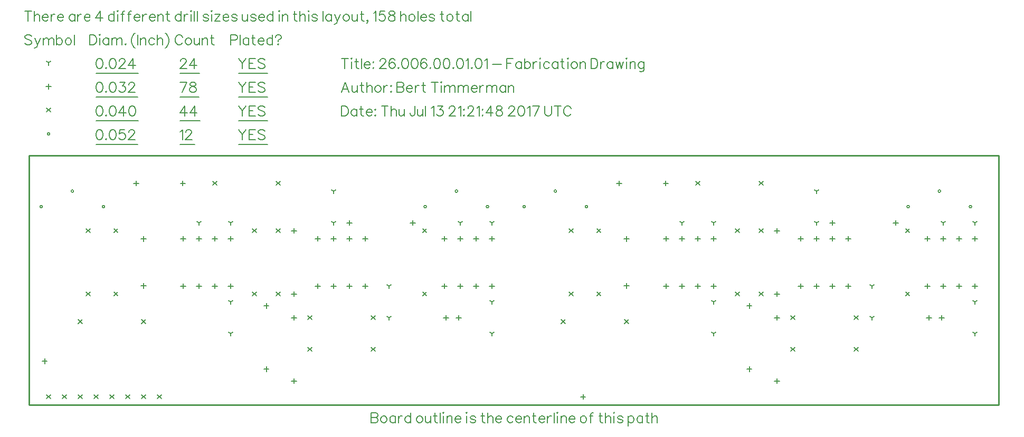
<source format=gbr>
G04 start of page 9 for group -3984 idx -3984 *
G04 Title: 26.006.00.01.01, fab *
G04 Creator: pcb 20100929 *
G04 CreationDate: Thu Jul 13 21:21:48 2017 UTC *
G04 For: bert *
G04 Format: Gerber/RS-274X *
G04 PCB-Dimensions: 620000 162000 *
G04 PCB-Coordinate-Origin: lower left *
%MOIN*%
%FSLAX25Y25*%
%LNFAB*%
%ADD21C,0.0080*%
%ADD25C,0.0100*%
%ADD27C,0.0060*%
G54D21*X252015Y127158D02*G75*G03X253615Y127158I800J0D01*G01*
G75*G03X252015Y127158I-800J0D01*G01*
X291385D02*G75*G03X292985Y127158I800J0D01*G01*
G75*G03X291385Y127158I-800J0D01*G01*
X271700Y137000D02*G75*G03X273300Y137000I800J0D01*G01*
G75*G03X271700Y137000I-800J0D01*G01*
X314515Y127158D02*G75*G03X316115Y127158I800J0D01*G01*
G75*G03X314515Y127158I-800J0D01*G01*
X353885D02*G75*G03X355485Y127158I800J0D01*G01*
G75*G03X353885Y127158I-800J0D01*G01*
X334200Y137000D02*G75*G03X335800Y137000I800J0D01*G01*
G75*G03X334200Y137000I-800J0D01*G01*
X9515Y127158D02*G75*G03X11115Y127158I800J0D01*G01*
G75*G03X9515Y127158I-800J0D01*G01*
X48885D02*G75*G03X50485Y127158I800J0D01*G01*
G75*G03X48885Y127158I-800J0D01*G01*
X29200Y137000D02*G75*G03X30800Y137000I800J0D01*G01*
G75*G03X29200Y137000I-800J0D01*G01*
X557015Y127158D02*G75*G03X558615Y127158I800J0D01*G01*
G75*G03X557015Y127158I-800J0D01*G01*
X596385D02*G75*G03X597985Y127158I800J0D01*G01*
G75*G03X596385Y127158I-800J0D01*G01*
X576700Y137000D02*G75*G03X578300Y137000I800J0D01*G01*
G75*G03X576700Y137000I-800J0D01*G01*
X14200Y173250D02*G75*G03X15800Y173250I800J0D01*G01*
G75*G03X14200Y173250I-800J0D01*G01*
G54D27*X135000Y175800D02*X137400Y172800D01*
Y169500D01*
X139800Y175800D02*X137400Y172800D01*
X141601Y175800D02*Y169500D01*
Y175800D02*X145501D01*
X141601Y172800D02*X144001D01*
X141601Y169500D02*X145501D01*
X151503Y174900D02*X150903Y175500D01*
X150003Y175800D01*
X148803D02*X150003D01*
X148803D02*X147903Y175500D01*
X147303Y174900D01*
Y174300D01*
X147603Y173700D01*
X147903Y173400D01*
X148503Y173100D01*
X150303Y172500D01*
X150903Y172200D01*
X151203Y171900D01*
X151503Y171300D01*
Y170400D01*
X150903Y169800D01*
X150003Y169500D01*
X148803D02*X150003D01*
X148803D02*X147903Y169800D01*
X147303Y170400D01*
X135000Y166399D02*X153304D01*
X98000Y174600D02*X98600Y174900D01*
X99500Y175800D01*
Y169500D01*
X101601Y174600D02*Y174300D01*
Y174600D02*X101901Y175200D01*
X102201Y175500D01*
X102801Y175800D01*
X104001D01*
X104601Y175500D01*
X104901Y175200D01*
X105201Y174600D01*
Y174000D01*
X104901Y173400D01*
X104301Y172500D01*
X101301Y169500D01*
X105501D01*
X98000Y166399D02*X107303D01*
X46800Y175800D02*X45900Y175500D01*
X45300Y174600D01*
X45000Y173100D01*
Y172200D01*
X45300Y170700D01*
X45900Y169800D01*
X46800Y169500D01*
X47400D01*
X48300Y169800D01*
X48900Y170700D01*
X49200Y172200D01*
Y173100D02*Y172200D01*
Y173100D02*X48900Y174600D01*
X48300Y175500D01*
X47400Y175800D01*
X46800D02*X47400D01*
X51301Y170100D02*X51001Y169800D01*
X51301Y169500D01*
X51601Y169800D01*
X51301Y170100D01*
X55203Y175800D02*X54303Y175500D01*
X53703Y174600D01*
X53403Y173100D01*
Y172200D01*
X53703Y170700D01*
X54303Y169800D01*
X55203Y169500D01*
X55803D01*
X56703Y169800D01*
X57303Y170700D01*
X57603Y172200D01*
Y173100D02*Y172200D01*
Y173100D02*X57303Y174600D01*
X56703Y175500D01*
X55803Y175800D01*
X55203D02*X55803D01*
X60004D02*X63004D01*
X60004D02*X59704Y173100D01*
X60004Y173400D01*
X60904Y173700D01*
X61804D01*
X62704Y173400D01*
X63304Y172800D01*
X63604Y171900D01*
Y171300D01*
X63304Y170400D01*
X62704Y169800D01*
X61804Y169500D01*
X60904D02*X61804D01*
X60904D02*X60004Y169800D01*
X59704Y170100D01*
X59404Y170700D01*
X65706Y174600D02*Y174300D01*
Y174600D02*X66006Y175200D01*
X66306Y175500D01*
X66906Y175800D01*
X68106D01*
X68706Y175500D01*
X69006Y175200D01*
X69306Y174600D01*
Y174000D01*
X69006Y173400D01*
X68406Y172500D01*
X65406Y169500D01*
X69606D01*
X45000Y166399D02*X71407D01*
X33800Y55700D02*X36200Y53300D01*
X33800D02*X36200Y55700D01*
X73800D02*X76200Y53300D01*
X73800D02*X76200Y55700D01*
X143800Y73200D02*X146200Y70800D01*
X143800D02*X146200Y73200D01*
X143800Y113200D02*X146200Y110800D01*
X143800D02*X146200Y113200D01*
X158800D02*X161200Y110800D01*
X158800D02*X161200Y113200D01*
X158800Y73200D02*X161200Y70800D01*
X158800D02*X161200Y73200D01*
X178800Y58200D02*X181200Y55800D01*
X178800D02*X181200Y58200D01*
X218800D02*X221200Y55800D01*
X218800D02*X221200Y58200D01*
X251300Y113200D02*X253700Y110800D01*
X251300D02*X253700Y113200D01*
X251300Y73200D02*X253700Y70800D01*
X251300D02*X253700Y73200D01*
X56300Y113200D02*X58700Y110800D01*
X56300D02*X58700Y113200D01*
X56300Y73200D02*X58700Y70800D01*
X56300D02*X58700Y73200D01*
X158800Y143200D02*X161200Y140800D01*
X158800D02*X161200Y143200D01*
X118800D02*X121200Y140800D01*
X118800D02*X121200Y143200D01*
X178800Y38200D02*X181200Y35800D01*
X178800D02*X181200Y38200D01*
X218800D02*X221200Y35800D01*
X218800D02*X221200Y38200D01*
X38800Y73200D02*X41200Y70800D01*
X38800D02*X41200Y73200D01*
X38800Y113200D02*X41200Y110800D01*
X38800D02*X41200Y113200D01*
X13800Y8200D02*X16200Y5800D01*
X13800D02*X16200Y8200D01*
X23800D02*X26200Y5800D01*
X23800D02*X26200Y8200D01*
X33800D02*X36200Y5800D01*
X33800D02*X36200Y8200D01*
X43800D02*X46200Y5800D01*
X43800D02*X46200Y8200D01*
X53800D02*X56200Y5800D01*
X53800D02*X56200Y8200D01*
X63800D02*X66200Y5800D01*
X63800D02*X66200Y8200D01*
X73800D02*X76200Y5800D01*
X73800D02*X76200Y8200D01*
X83800D02*X86200Y5800D01*
X83800D02*X86200Y8200D01*
X338800Y55700D02*X341200Y53300D01*
X338800D02*X341200Y55700D01*
X378800D02*X381200Y53300D01*
X378800D02*X381200Y55700D01*
X448800Y73200D02*X451200Y70800D01*
X448800D02*X451200Y73200D01*
X448800Y113200D02*X451200Y110800D01*
X448800D02*X451200Y113200D01*
X463800D02*X466200Y110800D01*
X463800D02*X466200Y113200D01*
X463800Y73200D02*X466200Y70800D01*
X463800D02*X466200Y73200D01*
X483800Y58200D02*X486200Y55800D01*
X483800D02*X486200Y58200D01*
X523800D02*X526200Y55800D01*
X523800D02*X526200Y58200D01*
X556300Y113200D02*X558700Y110800D01*
X556300D02*X558700Y113200D01*
X556300Y73200D02*X558700Y70800D01*
X556300D02*X558700Y73200D01*
X361300Y113200D02*X363700Y110800D01*
X361300D02*X363700Y113200D01*
X361300Y73200D02*X363700Y70800D01*
X361300D02*X363700Y73200D01*
X463800Y143200D02*X466200Y140800D01*
X463800D02*X466200Y143200D01*
X423800D02*X426200Y140800D01*
X423800D02*X426200Y143200D01*
X483800Y38200D02*X486200Y35800D01*
X483800D02*X486200Y38200D01*
X523800D02*X526200Y35800D01*
X523800D02*X526200Y38200D01*
X343800Y73200D02*X346200Y70800D01*
X343800D02*X346200Y73200D01*
X343800Y113200D02*X346200Y110800D01*
X343800D02*X346200Y113200D01*
X13800Y189450D02*X16200Y187050D01*
X13800D02*X16200Y189450D01*
X135000Y190800D02*X137400Y187800D01*
Y184500D01*
X139800Y190800D02*X137400Y187800D01*
X141601Y190800D02*Y184500D01*
Y190800D02*X145501D01*
X141601Y187800D02*X144001D01*
X141601Y184500D02*X145501D01*
X151503Y189900D02*X150903Y190500D01*
X150003Y190800D01*
X148803D02*X150003D01*
X148803D02*X147903Y190500D01*
X147303Y189900D01*
Y189300D01*
X147603Y188700D01*
X147903Y188400D01*
X148503Y188100D01*
X150303Y187500D01*
X150903Y187200D01*
X151203Y186900D01*
X151503Y186300D01*
Y185400D01*
X150903Y184800D01*
X150003Y184500D01*
X148803D02*X150003D01*
X148803D02*X147903Y184800D01*
X147303Y185400D01*
X135000Y181399D02*X153304D01*
X101000Y190800D02*X98000Y186600D01*
X102500D01*
X101000Y190800D02*Y184500D01*
X107301Y190800D02*X104301Y186600D01*
X108801D01*
X107301Y190800D02*Y184500D01*
X98000Y181399D02*X110603D01*
X46800Y190800D02*X45900Y190500D01*
X45300Y189600D01*
X45000Y188100D01*
Y187200D01*
X45300Y185700D01*
X45900Y184800D01*
X46800Y184500D01*
X47400D01*
X48300Y184800D01*
X48900Y185700D01*
X49200Y187200D01*
Y188100D02*Y187200D01*
Y188100D02*X48900Y189600D01*
X48300Y190500D01*
X47400Y190800D01*
X46800D02*X47400D01*
X51301Y185100D02*X51001Y184800D01*
X51301Y184500D01*
X51601Y184800D01*
X51301Y185100D01*
X55203Y190800D02*X54303Y190500D01*
X53703Y189600D01*
X53403Y188100D01*
Y187200D01*
X53703Y185700D01*
X54303Y184800D01*
X55203Y184500D01*
X55803D01*
X56703Y184800D01*
X57303Y185700D01*
X57603Y187200D01*
Y188100D02*Y187200D01*
Y188100D02*X57303Y189600D01*
X56703Y190500D01*
X55803Y190800D01*
X55203D02*X55803D01*
X62404D02*X59404Y186600D01*
X63904D01*
X62404Y190800D02*Y184500D01*
X67506Y190800D02*X66606Y190500D01*
X66006Y189600D01*
X65706Y188100D01*
Y187200D01*
X66006Y185700D01*
X66606Y184800D01*
X67506Y184500D01*
X68106D01*
X69006Y184800D01*
X69606Y185700D01*
X69906Y187200D01*
Y188100D02*Y187200D01*
Y188100D02*X69606Y189600D01*
X69006Y190500D01*
X68106Y190800D01*
X67506D02*X68106D01*
X45000Y181399D02*X71707D01*
X375236Y143600D02*Y140400D01*
X373636Y142000D02*X376836D01*
X404764Y143600D02*Y140400D01*
X403164Y142000D02*X406364D01*
X152500Y26100D02*Y22900D01*
X150900Y24500D02*X154100D01*
X152500Y66100D02*Y62900D01*
X150900Y64500D02*X154100D01*
X170000Y113600D02*Y110400D01*
X168400Y112000D02*X171600D01*
X170000Y73600D02*Y70400D01*
X168400Y72000D02*X171600D01*
X170000Y18600D02*Y15400D01*
X168400Y17000D02*X171600D01*
X170000Y58600D02*Y55400D01*
X168400Y57000D02*X171600D01*
X245000Y118600D02*Y115400D01*
X243400Y117000D02*X246600D01*
X205000Y118600D02*Y115400D01*
X203400Y117000D02*X206600D01*
X75000Y78836D02*Y75636D01*
X73400Y77236D02*X76600D01*
X75000Y108364D02*Y105164D01*
X73400Y106764D02*X76600D01*
X266063Y58600D02*Y55400D01*
X264463Y57000D02*X267663D01*
X273937Y58600D02*Y55400D01*
X272337Y57000D02*X275537D01*
X70236Y143600D02*Y140400D01*
X68636Y142000D02*X71836D01*
X99764Y143600D02*Y140400D01*
X98164Y142000D02*X101364D01*
X185000Y78600D02*Y75400D01*
X183400Y77000D02*X186600D01*
X195000Y78600D02*Y75400D01*
X193400Y77000D02*X196600D01*
X205000Y78600D02*Y75400D01*
X203400Y77000D02*X206600D01*
X215000Y78600D02*Y75400D01*
X213400Y77000D02*X216600D01*
X215000Y108600D02*Y105400D01*
X213400Y107000D02*X216600D01*
X205000Y108600D02*Y105400D01*
X203400Y107000D02*X206600D01*
X195000Y108600D02*Y105400D01*
X193400Y107000D02*X196600D01*
X185000Y108600D02*Y105400D01*
X183400Y107000D02*X186600D01*
X265000Y78600D02*Y75400D01*
X263400Y77000D02*X266600D01*
X275000Y78600D02*Y75400D01*
X273400Y77000D02*X276600D01*
X285000Y78600D02*Y75400D01*
X283400Y77000D02*X286600D01*
X295000Y78600D02*Y75400D01*
X293400Y77000D02*X296600D01*
X295000Y108600D02*Y105400D01*
X293400Y107000D02*X296600D01*
X285000Y108600D02*Y105400D01*
X283400Y107000D02*X286600D01*
X275000Y108600D02*Y105400D01*
X273400Y107000D02*X276600D01*
X265000Y108600D02*Y105400D01*
X263400Y107000D02*X266600D01*
X100000Y78600D02*Y75400D01*
X98400Y77000D02*X101600D01*
X110000Y78600D02*Y75400D01*
X108400Y77000D02*X111600D01*
X120000Y78600D02*Y75400D01*
X118400Y77000D02*X121600D01*
X130000Y78600D02*Y75400D01*
X128400Y77000D02*X131600D01*
X130000Y108600D02*Y105400D01*
X128400Y107000D02*X131600D01*
X120000Y108600D02*Y105400D01*
X118400Y107000D02*X121600D01*
X110000Y108600D02*Y105400D01*
X108400Y107000D02*X111600D01*
X100000Y108600D02*Y105400D01*
X98400Y107000D02*X101600D01*
X457500Y26100D02*Y22900D01*
X455900Y24500D02*X459100D01*
X457500Y66100D02*Y62900D01*
X455900Y64500D02*X459100D01*
X475000Y113600D02*Y110400D01*
X473400Y112000D02*X476600D01*
X475000Y73600D02*Y70400D01*
X473400Y72000D02*X476600D01*
X475000Y18600D02*Y15400D01*
X473400Y17000D02*X476600D01*
X475000Y58600D02*Y55400D01*
X473400Y57000D02*X476600D01*
X550000Y118600D02*Y115400D01*
X548400Y117000D02*X551600D01*
X510000Y118600D02*Y115400D01*
X508400Y117000D02*X511600D01*
X571063Y58600D02*Y55400D01*
X569463Y57000D02*X572663D01*
X578937Y58600D02*Y55400D01*
X577337Y57000D02*X580537D01*
X380000Y78836D02*Y75636D01*
X378400Y77236D02*X381600D01*
X380000Y108364D02*Y105164D01*
X378400Y106764D02*X381600D01*
X490000Y78600D02*Y75400D01*
X488400Y77000D02*X491600D01*
X500000Y78600D02*Y75400D01*
X498400Y77000D02*X501600D01*
X510000Y78600D02*Y75400D01*
X508400Y77000D02*X511600D01*
X520000Y78600D02*Y75400D01*
X518400Y77000D02*X521600D01*
X520000Y108600D02*Y105400D01*
X518400Y107000D02*X521600D01*
X510000Y108600D02*Y105400D01*
X508400Y107000D02*X511600D01*
X500000Y108600D02*Y105400D01*
X498400Y107000D02*X501600D01*
X490000Y108600D02*Y105400D01*
X488400Y107000D02*X491600D01*
X570000Y78600D02*Y75400D01*
X568400Y77000D02*X571600D01*
X580000Y78600D02*Y75400D01*
X578400Y77000D02*X581600D01*
X590000Y78600D02*Y75400D01*
X588400Y77000D02*X591600D01*
X600000Y78600D02*Y75400D01*
X598400Y77000D02*X601600D01*
X600000Y108600D02*Y105400D01*
X598400Y107000D02*X601600D01*
X590000Y108600D02*Y105400D01*
X588400Y107000D02*X591600D01*
X580000Y108600D02*Y105400D01*
X578400Y107000D02*X581600D01*
X570000Y108600D02*Y105400D01*
X568400Y107000D02*X571600D01*
X405000Y78600D02*Y75400D01*
X403400Y77000D02*X406600D01*
X415000Y78600D02*Y75400D01*
X413400Y77000D02*X416600D01*
X425000Y78600D02*Y75400D01*
X423400Y77000D02*X426600D01*
X435000Y78600D02*Y75400D01*
X433400Y77000D02*X436600D01*
X435000Y108600D02*Y105400D01*
X433400Y107000D02*X436600D01*
X425000Y108600D02*Y105400D01*
X423400Y107000D02*X426600D01*
X415000Y108600D02*Y105400D01*
X413400Y107000D02*X416600D01*
X405000Y108600D02*Y105400D01*
X403400Y107000D02*X406600D01*
X352500Y8600D02*Y5400D01*
X350900Y7000D02*X354100D01*
X12500Y31100D02*Y27900D01*
X10900Y29500D02*X14100D01*
X15000Y204850D02*Y201650D01*
X13400Y203250D02*X16600D01*
X135000Y205800D02*X137400Y202800D01*
Y199500D01*
X139800Y205800D02*X137400Y202800D01*
X141601Y205800D02*Y199500D01*
Y205800D02*X145501D01*
X141601Y202800D02*X144001D01*
X141601Y199500D02*X145501D01*
X151503Y204900D02*X150903Y205500D01*
X150003Y205800D01*
X148803D02*X150003D01*
X148803D02*X147903Y205500D01*
X147303Y204900D01*
Y204300D01*
X147603Y203700D01*
X147903Y203400D01*
X148503Y203100D01*
X150303Y202500D01*
X150903Y202200D01*
X151203Y201900D01*
X151503Y201300D01*
Y200400D01*
X150903Y199800D01*
X150003Y199500D01*
X148803D02*X150003D01*
X148803D02*X147903Y199800D01*
X147303Y200400D01*
X135000Y196399D02*X153304D01*
X102200Y205800D02*X99200Y199500D01*
X98000Y205800D02*X102200D01*
X105501D02*X104601Y205500D01*
X104301Y204900D01*
Y204300D01*
X104601Y203700D01*
X105201Y203400D01*
X106401Y203100D01*
X107301Y202800D01*
X107901Y202200D01*
X108201Y201600D01*
Y200700D01*
X107901Y200100D01*
X107601Y199800D01*
X106701Y199500D01*
X105501D02*X106701D01*
X105501D02*X104601Y199800D01*
X104301Y200100D01*
X104001Y200700D01*
Y201600D02*Y200700D01*
Y201600D02*X104301Y202200D01*
X104901Y202800D01*
X105801Y203100D01*
X107001Y203400D01*
X107601Y203700D01*
X107901Y204300D01*
Y204900D02*Y204300D01*
Y204900D02*X107601Y205500D01*
X106701Y205800D01*
X105501D02*X106701D01*
X98000Y196399D02*X110003D01*
X46800Y205800D02*X45900Y205500D01*
X45300Y204600D01*
X45000Y203100D01*
Y202200D01*
X45300Y200700D01*
X45900Y199800D01*
X46800Y199500D01*
X47400D01*
X48300Y199800D01*
X48900Y200700D01*
X49200Y202200D01*
Y203100D02*Y202200D01*
Y203100D02*X48900Y204600D01*
X48300Y205500D01*
X47400Y205800D01*
X46800D02*X47400D01*
X51301Y200100D02*X51001Y199800D01*
X51301Y199500D01*
X51601Y199800D01*
X51301Y200100D01*
X55203Y205800D02*X54303Y205500D01*
X53703Y204600D01*
X53403Y203100D01*
Y202200D01*
X53703Y200700D01*
X54303Y199800D01*
X55203Y199500D01*
X55803D01*
X56703Y199800D01*
X57303Y200700D01*
X57603Y202200D01*
Y203100D02*Y202200D01*
Y203100D02*X57303Y204600D01*
X56703Y205500D01*
X55803Y205800D01*
X55203D02*X55803D01*
X60004D02*X63304D01*
X61504Y203400D01*
X62404D01*
X63004Y203100D01*
X63304Y202800D01*
X63604Y201900D01*
Y201300D01*
X63304Y200400D01*
X62704Y199800D01*
X61804Y199500D01*
X60904D02*X61804D01*
X60904D02*X60004Y199800D01*
X59704Y200100D01*
X59404Y200700D01*
X65706Y204600D02*Y204300D01*
Y204600D02*X66006Y205200D01*
X66306Y205500D01*
X66906Y205800D01*
X68106D01*
X68706Y205500D01*
X69006Y205200D01*
X69306Y204600D01*
Y204000D01*
X69006Y203400D01*
X68406Y202500D01*
X65406Y199500D01*
X69606D01*
X45000Y196399D02*X71407D01*
X295000Y47000D02*Y45400D01*
Y47000D02*X296386Y47800D01*
X295000Y47000D02*X293614Y47800D01*
X295000Y67000D02*Y65400D01*
Y67000D02*X296386Y67800D01*
X295000Y67000D02*X293614Y67800D01*
X295000Y117000D02*Y115400D01*
Y117000D02*X296386Y117800D01*
X295000Y117000D02*X293614Y117800D01*
X275000Y117000D02*Y115400D01*
Y117000D02*X276386Y117800D01*
X275000Y117000D02*X273614Y117800D01*
X130000Y117000D02*Y115400D01*
Y117000D02*X131386Y117800D01*
X130000Y117000D02*X128614Y117800D01*
X110000Y117000D02*Y115400D01*
Y117000D02*X111386Y117800D01*
X110000Y117000D02*X108614Y117800D01*
X130000Y47000D02*Y45400D01*
Y47000D02*X131386Y47800D01*
X130000Y47000D02*X128614Y47800D01*
X130000Y67000D02*Y65400D01*
Y67000D02*X131386Y67800D01*
X130000Y67000D02*X128614Y67800D01*
X230000Y57000D02*Y55400D01*
Y57000D02*X231386Y57800D01*
X230000Y57000D02*X228614Y57800D01*
X230000Y77000D02*Y75400D01*
Y77000D02*X231386Y77800D01*
X230000Y77000D02*X228614Y77800D01*
X195000Y137000D02*Y135400D01*
Y137000D02*X196386Y137800D01*
X195000Y137000D02*X193614Y137800D01*
X195000Y117000D02*Y115400D01*
Y117000D02*X196386Y117800D01*
X195000Y117000D02*X193614Y117800D01*
X435000Y117000D02*Y115400D01*
Y117000D02*X436386Y117800D01*
X435000Y117000D02*X433614Y117800D01*
X415000Y117000D02*Y115400D01*
Y117000D02*X416386Y117800D01*
X415000Y117000D02*X413614Y117800D01*
X435000Y47000D02*Y45400D01*
Y47000D02*X436386Y47800D01*
X435000Y47000D02*X433614Y47800D01*
X435000Y67000D02*Y65400D01*
Y67000D02*X436386Y67800D01*
X435000Y67000D02*X433614Y67800D01*
X535000Y57000D02*Y55400D01*
Y57000D02*X536386Y57800D01*
X535000Y57000D02*X533614Y57800D01*
X535000Y77000D02*Y75400D01*
Y77000D02*X536386Y77800D01*
X535000Y77000D02*X533614Y77800D01*
X600000Y117000D02*Y115400D01*
Y117000D02*X601386Y117800D01*
X600000Y117000D02*X598614Y117800D01*
X580000Y117000D02*Y115400D01*
Y117000D02*X581386Y117800D01*
X580000Y117000D02*X578614Y117800D01*
X500000Y137000D02*Y135400D01*
Y137000D02*X501386Y137800D01*
X500000Y137000D02*X498614Y137800D01*
X500000Y117000D02*Y115400D01*
Y117000D02*X501386Y117800D01*
X500000Y117000D02*X498614Y117800D01*
X600000Y47000D02*Y45400D01*
Y47000D02*X601386Y47800D01*
X600000Y47000D02*X598614Y47800D01*
X600000Y67000D02*Y65400D01*
Y67000D02*X601386Y67800D01*
X600000Y67000D02*X598614Y67800D01*
X15000Y218250D02*Y216650D01*
Y218250D02*X16386Y219050D01*
X15000Y218250D02*X13614Y219050D01*
X135000Y220800D02*X137400Y217800D01*
Y214500D01*
X139800Y220800D02*X137400Y217800D01*
X141601Y220800D02*Y214500D01*
Y220800D02*X145501D01*
X141601Y217800D02*X144001D01*
X141601Y214500D02*X145501D01*
X151503Y219900D02*X150903Y220500D01*
X150003Y220800D01*
X148803D02*X150003D01*
X148803D02*X147903Y220500D01*
X147303Y219900D01*
Y219300D01*
X147603Y218700D01*
X147903Y218400D01*
X148503Y218100D01*
X150303Y217500D01*
X150903Y217200D01*
X151203Y216900D01*
X151503Y216300D01*
Y215400D01*
X150903Y214800D01*
X150003Y214500D01*
X148803D02*X150003D01*
X148803D02*X147903Y214800D01*
X147303Y215400D01*
X135000Y211399D02*X153304D01*
X98300Y219600D02*Y219300D01*
Y219600D02*X98600Y220200D01*
X98900Y220500D01*
X99500Y220800D01*
X100700D01*
X101300Y220500D01*
X101600Y220200D01*
X101900Y219600D01*
Y219000D01*
X101600Y218400D01*
X101000Y217500D01*
X98000Y214500D01*
X102200D01*
X107001Y220800D02*X104001Y216600D01*
X108501D01*
X107001Y220800D02*Y214500D01*
X98000Y211399D02*X110303D01*
X46800Y220800D02*X45900Y220500D01*
X45300Y219600D01*
X45000Y218100D01*
Y217200D01*
X45300Y215700D01*
X45900Y214800D01*
X46800Y214500D01*
X47400D01*
X48300Y214800D01*
X48900Y215700D01*
X49200Y217200D01*
Y218100D02*Y217200D01*
Y218100D02*X48900Y219600D01*
X48300Y220500D01*
X47400Y220800D01*
X46800D02*X47400D01*
X51301Y215100D02*X51001Y214800D01*
X51301Y214500D01*
X51601Y214800D01*
X51301Y215100D01*
X55203Y220800D02*X54303Y220500D01*
X53703Y219600D01*
X53403Y218100D01*
Y217200D01*
X53703Y215700D01*
X54303Y214800D01*
X55203Y214500D01*
X55803D01*
X56703Y214800D01*
X57303Y215700D01*
X57603Y217200D01*
Y218100D02*Y217200D01*
Y218100D02*X57303Y219600D01*
X56703Y220500D01*
X55803Y220800D01*
X55203D02*X55803D01*
X59704Y219600D02*Y219300D01*
Y219600D02*X60004Y220200D01*
X60304Y220500D01*
X60904Y220800D01*
X62104D01*
X62704Y220500D01*
X63004Y220200D01*
X63304Y219600D01*
Y219000D01*
X63004Y218400D01*
X62404Y217500D01*
X59404Y214500D01*
X63604D01*
X68406Y220800D02*X65406Y216600D01*
X69906D01*
X68406Y220800D02*Y214500D01*
X45000Y211399D02*X71707D01*
X4200Y234900D02*X3600Y235500D01*
X2700Y235800D01*
X1500D02*X2700D01*
X1500D02*X600Y235500D01*
X0Y234900D01*
Y234300D01*
X300Y233700D01*
X600Y233400D01*
X1200Y233100D01*
X3000Y232500D01*
X3600Y232200D01*
X3900Y231900D01*
X4200Y231300D01*
Y230400D01*
X3600Y229800D01*
X2700Y229500D01*
X1500D02*X2700D01*
X1500D02*X600Y229800D01*
X0Y230400D01*
X6301Y233700D02*X8101Y229500D01*
X9901Y233700D02*X8101Y229500D01*
X7501Y228300D01*
X6901Y227700D01*
X6301Y227400D01*
X6001D02*X6301D01*
X11703Y233700D02*Y229500D01*
Y232500D02*X12603Y233400D01*
X13203Y233700D01*
X14103D01*
X14703Y233400D01*
X15003Y232500D01*
Y229500D01*
Y232500D02*X15903Y233400D01*
X16503Y233700D01*
X17403D01*
X18003Y233400D01*
X18303Y232500D01*
Y229500D01*
X20104Y235800D02*Y229500D01*
Y232800D02*X20704Y233400D01*
X21304Y233700D01*
X22204D01*
X22804Y233400D01*
X23404Y232800D01*
X23704Y231900D01*
Y231300D01*
X23404Y230400D01*
X22804Y229800D01*
X22204Y229500D01*
X21304D02*X22204D01*
X21304D02*X20704Y229800D01*
X20104Y230400D01*
X27006Y233700D02*X26406Y233400D01*
X25806Y232800D01*
X25506Y231900D01*
Y231300D01*
X25806Y230400D01*
X26406Y229800D01*
X27006Y229500D01*
X27906D01*
X28506Y229800D01*
X29106Y230400D01*
X29406Y231300D01*
Y231900D02*Y231300D01*
Y231900D02*X29106Y232800D01*
X28506Y233400D01*
X27906Y233700D01*
X27006D02*X27906D01*
X31207Y235800D02*Y229500D01*
X41000Y235800D02*Y229500D01*
Y235800D02*X43100D01*
X44000Y235500D01*
X44600Y234900D01*
X44900Y234300D01*
X45200Y233400D01*
Y231900D01*
X44900Y231000D01*
X44600Y230400D01*
X44000Y229800D01*
X43100Y229500D01*
X41000D02*X43100D01*
X47001Y235800D02*X47301Y235500D01*
X47601Y235800D01*
X47301Y236100D01*
X47001Y235800D01*
X47301Y233700D02*Y229500D01*
X53003Y233700D02*Y229500D01*
Y232800D02*X52403Y233400D01*
X51803Y233700D01*
X50903D02*X51803D01*
X50903D02*X50303Y233400D01*
X49703Y232800D01*
X49403Y231900D01*
Y231300D01*
X49703Y230400D01*
X50303Y229800D01*
X50903Y229500D01*
X51803D01*
X52403Y229800D01*
X53003Y230400D01*
X54804Y233700D02*Y229500D01*
Y232500D02*X55704Y233400D01*
X56304Y233700D01*
X57204D01*
X57804Y233400D01*
X58104Y232500D01*
Y229500D01*
Y232500D02*X59004Y233400D01*
X59604Y233700D01*
X60504D01*
X61104Y233400D01*
X61404Y232500D01*
Y229500D01*
X63506Y230100D02*X63206Y229800D01*
X63506Y229500D01*
X63806Y229800D01*
X63506Y230100D01*
X69507Y237000D02*X68907Y236400D01*
X68307Y235500D01*
X67707Y234300D01*
X67407Y232800D01*
Y231600D01*
X67707Y230100D01*
X68307Y228900D01*
X68907Y228000D01*
X69507Y227400D01*
X71309Y235800D02*Y229500D01*
X73110Y233700D02*Y229500D01*
Y232500D02*X74010Y233400D01*
X74610Y233700D01*
X75510D01*
X76110Y233400D01*
X76410Y232500D01*
Y229500D01*
X81812Y232800D02*X81212Y233400D01*
X80612Y233700D01*
X79712D02*X80612D01*
X79712D02*X79112Y233400D01*
X78512Y232800D01*
X78212Y231900D01*
Y231300D01*
X78512Y230400D01*
X79112Y229800D01*
X79712Y229500D01*
X80612D01*
X81212Y229800D01*
X81812Y230400D01*
X83613Y235800D02*Y229500D01*
Y232500D02*X84513Y233400D01*
X85113Y233700D01*
X86013D01*
X86613Y233400D01*
X86913Y232500D01*
Y229500D01*
X88715Y237000D02*X89315Y236400D01*
X89915Y235500D01*
X90515Y234300D01*
X90815Y232800D01*
Y231600D01*
X90515Y230100D01*
X89915Y228900D01*
X89315Y228000D01*
X88715Y227400D01*
X99500Y234300D02*X99200Y234900D01*
X98600Y235500D01*
X98000Y235800D01*
X96800D02*X98000D01*
X96800D02*X96200Y235500D01*
X95600Y234900D01*
X95300Y234300D01*
X95000Y233400D01*
Y231900D01*
X95300Y231000D01*
X95600Y230400D01*
X96200Y229800D01*
X96800Y229500D01*
X98000D01*
X98600Y229800D01*
X99200Y230400D01*
X99500Y231000D01*
X102801Y233700D02*X102201Y233400D01*
X101601Y232800D01*
X101301Y231900D01*
Y231300D01*
X101601Y230400D01*
X102201Y229800D01*
X102801Y229500D01*
X103701D01*
X104301Y229800D01*
X104901Y230400D01*
X105201Y231300D01*
Y231900D02*Y231300D01*
Y231900D02*X104901Y232800D01*
X104301Y233400D01*
X103701Y233700D01*
X102801D02*X103701D01*
X107003D02*Y230700D01*
X107303Y229800D01*
X107903Y229500D01*
X108803D01*
X109403Y229800D01*
X110303Y230700D01*
Y233700D02*Y229500D01*
X112104Y233700D02*Y229500D01*
Y232500D02*X113004Y233400D01*
X113604Y233700D01*
X114504D01*
X115104Y233400D01*
X115404Y232500D01*
Y229500D01*
X118106Y235800D02*Y230700D01*
X118406Y229800D01*
X119006Y229500D01*
X119606D01*
X117206Y233700D02*X119306D01*
X130000Y235800D02*Y229500D01*
Y235800D02*X132700D01*
X133600Y235500D01*
X133900Y235200D01*
X134200Y234600D01*
Y233700D01*
X133900Y233100D01*
X133600Y232800D01*
X132700Y232500D01*
X130000D02*X132700D01*
X136001Y235800D02*Y229500D01*
X141403Y233700D02*Y229500D01*
Y232800D02*X140803Y233400D01*
X140203Y233700D01*
X139303D02*X140203D01*
X139303D02*X138703Y233400D01*
X138103Y232800D01*
X137803Y231900D01*
Y231300D01*
X138103Y230400D01*
X138703Y229800D01*
X139303Y229500D01*
X140203D01*
X140803Y229800D01*
X141403Y230400D01*
X144104Y235800D02*Y230700D01*
X144404Y229800D01*
X145004Y229500D01*
X145604D01*
X143204Y233700D02*X145304D01*
X147406Y231900D02*X151006D01*
Y232500D02*Y231900D01*
Y232500D02*X150706Y233100D01*
X150406Y233400D01*
X149806Y233700D01*
X148906D02*X149806D01*
X148906D02*X148306Y233400D01*
X147706Y232800D01*
X147406Y231900D01*
Y231300D01*
X147706Y230400D01*
X148306Y229800D01*
X148906Y229500D01*
X149806D01*
X150406Y229800D01*
X151006Y230400D01*
X156407Y235800D02*Y229500D01*
Y232800D02*X155807Y233400D01*
X155207Y233700D01*
X154307D02*X155207D01*
X154307D02*X153707Y233400D01*
X153107Y232800D01*
X152807Y231900D01*
Y231300D01*
X153107Y230400D01*
X153707Y229800D01*
X154307Y229500D01*
X155207D01*
X155807Y229800D01*
X156407Y230400D01*
X158209Y234600D02*Y234300D01*
Y234600D02*X158509Y235200D01*
X158809Y235500D01*
X159409Y235800D01*
X160609D01*
X161209Y235500D01*
X161509Y235200D01*
X161809Y234600D01*
Y234000D01*
X161509Y233400D01*
X161209Y233100D01*
X160009Y232500D01*
Y231600D01*
Y230100D02*X159709Y229800D01*
X160009Y229500D01*
X160309Y229800D01*
X160009Y230100D01*
X2100Y250800D02*Y244500D01*
X0Y250800D02*X4200D01*
X6001D02*Y244500D01*
Y247500D02*X6901Y248400D01*
X7501Y248700D01*
X8401D01*
X9001Y248400D01*
X9301Y247500D01*
Y244500D01*
X11103Y246900D02*X14703D01*
Y247500D02*Y246900D01*
Y247500D02*X14403Y248100D01*
X14103Y248400D01*
X13503Y248700D01*
X12603D02*X13503D01*
X12603D02*X12003Y248400D01*
X11403Y247800D01*
X11103Y246900D01*
Y246300D01*
X11403Y245400D01*
X12003Y244800D01*
X12603Y244500D01*
X13503D01*
X14103Y244800D01*
X14703Y245400D01*
X16504Y248700D02*Y244500D01*
Y246900D02*X16804Y247800D01*
X17404Y248400D01*
X18004Y248700D01*
X18904D01*
X20706Y246900D02*X24306D01*
Y247500D02*Y246900D01*
Y247500D02*X24006Y248100D01*
X23706Y248400D01*
X23106Y248700D01*
X22206D02*X23106D01*
X22206D02*X21606Y248400D01*
X21006Y247800D01*
X20706Y246900D01*
Y246300D01*
X21006Y245400D01*
X21606Y244800D01*
X22206Y244500D01*
X23106D01*
X23706Y244800D01*
X24306Y245400D01*
X31507Y248700D02*Y244500D01*
Y247800D02*X30907Y248400D01*
X30307Y248700D01*
X29407D02*X30307D01*
X29407D02*X28807Y248400D01*
X28207Y247800D01*
X27907Y246900D01*
Y246300D01*
X28207Y245400D01*
X28807Y244800D01*
X29407Y244500D01*
X30307D01*
X30907Y244800D01*
X31507Y245400D01*
X33309Y248700D02*Y244500D01*
Y246900D02*X33609Y247800D01*
X34209Y248400D01*
X34809Y248700D01*
X35709D01*
X37510Y246900D02*X41110D01*
Y247500D02*Y246900D01*
Y247500D02*X40810Y248100D01*
X40510Y248400D01*
X39910Y248700D01*
X39010D02*X39910D01*
X39010D02*X38410Y248400D01*
X37810Y247800D01*
X37510Y246900D01*
Y246300D01*
X37810Y245400D01*
X38410Y244800D01*
X39010Y244500D01*
X39910D01*
X40510Y244800D01*
X41110Y245400D01*
X47712Y250800D02*X44712Y246600D01*
X49212D01*
X47712Y250800D02*Y244500D01*
X56413Y250800D02*Y244500D01*
Y247800D02*X55813Y248400D01*
X55213Y248700D01*
X54313D02*X55213D01*
X54313D02*X53713Y248400D01*
X53113Y247800D01*
X52813Y246900D01*
Y246300D01*
X53113Y245400D01*
X53713Y244800D01*
X54313Y244500D01*
X55213D01*
X55813Y244800D01*
X56413Y245400D01*
X58215Y250800D02*X58515Y250500D01*
X58815Y250800D01*
X58515Y251100D01*
X58215Y250800D01*
X58515Y248700D02*Y244500D01*
X62416Y250800D02*X63016D01*
X62416D02*X61816Y250500D01*
X61516Y249600D01*
Y244500D01*
X60616Y248700D02*X62716D01*
X66618Y250800D02*X67218D01*
X66618D02*X66018Y250500D01*
X65718Y249600D01*
Y244500D01*
X64818Y248700D02*X66918D01*
X69019Y246900D02*X72619D01*
Y247500D02*Y246900D01*
Y247500D02*X72319Y248100D01*
X72019Y248400D01*
X71419Y248700D01*
X70519D02*X71419D01*
X70519D02*X69919Y248400D01*
X69319Y247800D01*
X69019Y246900D01*
Y246300D01*
X69319Y245400D01*
X69919Y244800D01*
X70519Y244500D01*
X71419D01*
X72019Y244800D01*
X72619Y245400D01*
X74421Y248700D02*Y244500D01*
Y246900D02*X74721Y247800D01*
X75321Y248400D01*
X75921Y248700D01*
X76821D01*
X78622Y246900D02*X82222D01*
Y247500D02*Y246900D01*
Y247500D02*X81922Y248100D01*
X81622Y248400D01*
X81022Y248700D01*
X80122D02*X81022D01*
X80122D02*X79522Y248400D01*
X78922Y247800D01*
X78622Y246900D01*
Y246300D01*
X78922Y245400D01*
X79522Y244800D01*
X80122Y244500D01*
X81022D01*
X81622Y244800D01*
X82222Y245400D01*
X84024Y248700D02*Y244500D01*
Y247500D02*X84924Y248400D01*
X85524Y248700D01*
X86424D01*
X87024Y248400D01*
X87324Y247500D01*
Y244500D01*
X90025Y250800D02*Y245700D01*
X90325Y244800D01*
X90925Y244500D01*
X91525D01*
X89125Y248700D02*X91225D01*
X98727Y250800D02*Y244500D01*
Y247800D02*X98127Y248400D01*
X97527Y248700D01*
X96627D02*X97527D01*
X96627D02*X96027Y248400D01*
X95427Y247800D01*
X95127Y246900D01*
Y246300D01*
X95427Y245400D01*
X96027Y244800D01*
X96627Y244500D01*
X97527D01*
X98127Y244800D01*
X98727Y245400D01*
X100528Y248700D02*Y244500D01*
Y246900D02*X100828Y247800D01*
X101428Y248400D01*
X102028Y248700D01*
X102928D01*
X104730Y250800D02*X105030Y250500D01*
X105330Y250800D01*
X105030Y251100D01*
X104730Y250800D01*
X105030Y248700D02*Y244500D01*
X107131Y250800D02*Y244500D01*
X108933Y250800D02*Y244500D01*
X115834Y247800D02*X115534Y248400D01*
X114634Y248700D01*
X113734D02*X114634D01*
X113734D02*X112834Y248400D01*
X112534Y247800D01*
X112834Y247200D01*
X113434Y246900D01*
X114934Y246600D01*
X115534Y246300D01*
X115834Y245700D01*
Y245400D01*
X115534Y244800D01*
X114634Y244500D01*
X113734D02*X114634D01*
X113734D02*X112834Y244800D01*
X112534Y245400D01*
X117636Y250800D02*X117936Y250500D01*
X118236Y250800D01*
X117936Y251100D01*
X117636Y250800D01*
X117936Y248700D02*Y244500D01*
X123337Y248700D02*X120037Y244500D01*
Y248700D02*X123337D01*
X120037Y244500D02*X123337D01*
X125139Y246900D02*X128739D01*
Y247500D02*Y246900D01*
Y247500D02*X128439Y248100D01*
X128139Y248400D01*
X127539Y248700D01*
X126639D02*X127539D01*
X126639D02*X126039Y248400D01*
X125439Y247800D01*
X125139Y246900D01*
Y246300D01*
X125439Y245400D01*
X126039Y244800D01*
X126639Y244500D01*
X127539D01*
X128139Y244800D01*
X128739Y245400D01*
X133840Y247800D02*X133540Y248400D01*
X132640Y248700D01*
X131740D02*X132640D01*
X131740D02*X130840Y248400D01*
X130540Y247800D01*
X130840Y247200D01*
X131440Y246900D01*
X132940Y246600D01*
X133540Y246300D01*
X133840Y245700D01*
Y245400D01*
X133540Y244800D01*
X132640Y244500D01*
X131740D02*X132640D01*
X131740D02*X130840Y244800D01*
X130540Y245400D01*
X137442Y248700D02*Y245700D01*
X137742Y244800D01*
X138342Y244500D01*
X139242D01*
X139842Y244800D01*
X140742Y245700D01*
Y248700D02*Y244500D01*
X145843Y247800D02*X145543Y248400D01*
X144643Y248700D01*
X143743D02*X144643D01*
X143743D02*X142843Y248400D01*
X142543Y247800D01*
X142843Y247200D01*
X143443Y246900D01*
X144943Y246600D01*
X145543Y246300D01*
X145843Y245700D01*
Y245400D01*
X145543Y244800D01*
X144643Y244500D01*
X143743D02*X144643D01*
X143743D02*X142843Y244800D01*
X142543Y245400D01*
X147645Y246900D02*X151245D01*
Y247500D02*Y246900D01*
Y247500D02*X150945Y248100D01*
X150645Y248400D01*
X150045Y248700D01*
X149145D02*X150045D01*
X149145D02*X148545Y248400D01*
X147945Y247800D01*
X147645Y246900D01*
Y246300D01*
X147945Y245400D01*
X148545Y244800D01*
X149145Y244500D01*
X150045D01*
X150645Y244800D01*
X151245Y245400D01*
X156646Y250800D02*Y244500D01*
Y247800D02*X156046Y248400D01*
X155446Y248700D01*
X154546D02*X155446D01*
X154546D02*X153946Y248400D01*
X153346Y247800D01*
X153046Y246900D01*
Y246300D01*
X153346Y245400D01*
X153946Y244800D01*
X154546Y244500D01*
X155446D01*
X156046Y244800D01*
X156646Y245400D01*
X160248Y250800D02*X160548Y250500D01*
X160848Y250800D01*
X160548Y251100D01*
X160248Y250800D01*
X160548Y248700D02*Y244500D01*
X162649Y248700D02*Y244500D01*
Y247500D02*X163549Y248400D01*
X164149Y248700D01*
X165049D01*
X165649Y248400D01*
X165949Y247500D01*
Y244500D01*
X170451Y250800D02*Y245700D01*
X170751Y244800D01*
X171351Y244500D01*
X171951D01*
X169551Y248700D02*X171651D01*
X173752Y250800D02*Y244500D01*
Y247500D02*X174652Y248400D01*
X175252Y248700D01*
X176152D01*
X176752Y248400D01*
X177052Y247500D01*
Y244500D01*
X178854Y250800D02*X179154Y250500D01*
X179454Y250800D01*
X179154Y251100D01*
X178854Y250800D01*
X179154Y248700D02*Y244500D01*
X184555Y247800D02*X184255Y248400D01*
X183355Y248700D01*
X182455D02*X183355D01*
X182455D02*X181555Y248400D01*
X181255Y247800D01*
X181555Y247200D01*
X182155Y246900D01*
X183655Y246600D01*
X184255Y246300D01*
X184555Y245700D01*
Y245400D01*
X184255Y244800D01*
X183355Y244500D01*
X182455D02*X183355D01*
X182455D02*X181555Y244800D01*
X181255Y245400D01*
X188157Y250800D02*Y244500D01*
X193558Y248700D02*Y244500D01*
Y247800D02*X192958Y248400D01*
X192358Y248700D01*
X191458D02*X192358D01*
X191458D02*X190858Y248400D01*
X190258Y247800D01*
X189958Y246900D01*
Y246300D01*
X190258Y245400D01*
X190858Y244800D01*
X191458Y244500D01*
X192358D01*
X192958Y244800D01*
X193558Y245400D01*
X195660Y248700D02*X197460Y244500D01*
X199260Y248700D02*X197460Y244500D01*
X196860Y243300D01*
X196260Y242700D01*
X195660Y242400D01*
X195360D02*X195660D01*
X202561Y248700D02*X201961Y248400D01*
X201361Y247800D01*
X201061Y246900D01*
Y246300D01*
X201361Y245400D01*
X201961Y244800D01*
X202561Y244500D01*
X203461D01*
X204061Y244800D01*
X204661Y245400D01*
X204961Y246300D01*
Y246900D02*Y246300D01*
Y246900D02*X204661Y247800D01*
X204061Y248400D01*
X203461Y248700D01*
X202561D02*X203461D01*
X206763D02*Y245700D01*
X207063Y244800D01*
X207663Y244500D01*
X208563D01*
X209163Y244800D01*
X210063Y245700D01*
Y248700D02*Y244500D01*
X212764Y250800D02*Y245700D01*
X213064Y244800D01*
X213664Y244500D01*
X214264D01*
X211864Y248700D02*X213964D01*
X216666Y244800D02*X216366Y244500D01*
X216066Y244800D01*
X216366Y245100D01*
X216666Y244800D01*
Y244200D01*
X216366Y243600D01*
X216066Y243300D01*
X220267Y249600D02*X220867Y249900D01*
X221767Y250800D01*
Y244500D01*
X224169Y250800D02*X227169D01*
X224169D02*X223869Y248100D01*
X224169Y248400D01*
X225069Y248700D01*
X225969D01*
X226869Y248400D01*
X227469Y247800D01*
X227769Y246900D01*
Y246300D01*
X227469Y245400D01*
X226869Y244800D01*
X225969Y244500D01*
X225069D02*X225969D01*
X225069D02*X224169Y244800D01*
X223869Y245100D01*
X223569Y245700D01*
X231070Y250800D02*X230170Y250500D01*
X229870Y249900D01*
Y249300D01*
X230170Y248700D01*
X230770Y248400D01*
X231970Y248100D01*
X232870Y247800D01*
X233470Y247200D01*
X233770Y246600D01*
Y245700D01*
X233470Y245100D01*
X233170Y244800D01*
X232270Y244500D01*
X231070D02*X232270D01*
X231070D02*X230170Y244800D01*
X229870Y245100D01*
X229570Y245700D01*
Y246600D02*Y245700D01*
Y246600D02*X229870Y247200D01*
X230470Y247800D01*
X231370Y248100D01*
X232570Y248400D01*
X233170Y248700D01*
X233470Y249300D01*
Y249900D02*Y249300D01*
Y249900D02*X233170Y250500D01*
X232270Y250800D01*
X231070D02*X232270D01*
X237372D02*Y244500D01*
Y247500D02*X238272Y248400D01*
X238872Y248700D01*
X239772D01*
X240372Y248400D01*
X240672Y247500D01*
Y244500D01*
X243973Y248700D02*X243373Y248400D01*
X242773Y247800D01*
X242473Y246900D01*
Y246300D01*
X242773Y245400D01*
X243373Y244800D01*
X243973Y244500D01*
X244873D01*
X245473Y244800D01*
X246073Y245400D01*
X246373Y246300D01*
Y246900D02*Y246300D01*
Y246900D02*X246073Y247800D01*
X245473Y248400D01*
X244873Y248700D01*
X243973D02*X244873D01*
X248175Y250800D02*Y244500D01*
X249976Y246900D02*X253576D01*
Y247500D02*Y246900D01*
Y247500D02*X253276Y248100D01*
X252976Y248400D01*
X252376Y248700D01*
X251476D02*X252376D01*
X251476D02*X250876Y248400D01*
X250276Y247800D01*
X249976Y246900D01*
Y246300D01*
X250276Y245400D01*
X250876Y244800D01*
X251476Y244500D01*
X252376D01*
X252976Y244800D01*
X253576Y245400D01*
X258678Y247800D02*X258378Y248400D01*
X257478Y248700D01*
X256578D02*X257478D01*
X256578D02*X255678Y248400D01*
X255378Y247800D01*
X255678Y247200D01*
X256278Y246900D01*
X257778Y246600D01*
X258378Y246300D01*
X258678Y245700D01*
Y245400D01*
X258378Y244800D01*
X257478Y244500D01*
X256578D02*X257478D01*
X256578D02*X255678Y244800D01*
X255378Y245400D01*
X263179Y250800D02*Y245700D01*
X263479Y244800D01*
X264079Y244500D01*
X264679D01*
X262279Y248700D02*X264379D01*
X267981D02*X267381Y248400D01*
X266781Y247800D01*
X266481Y246900D01*
Y246300D01*
X266781Y245400D01*
X267381Y244800D01*
X267981Y244500D01*
X268881D01*
X269481Y244800D01*
X270081Y245400D01*
X270381Y246300D01*
Y246900D02*Y246300D01*
Y246900D02*X270081Y247800D01*
X269481Y248400D01*
X268881Y248700D01*
X267981D02*X268881D01*
X273082Y250800D02*Y245700D01*
X273382Y244800D01*
X273982Y244500D01*
X274582D01*
X272182Y248700D02*X274282D01*
X279984D02*Y244500D01*
Y247800D02*X279384Y248400D01*
X278784Y248700D01*
X277884D02*X278784D01*
X277884D02*X277284Y248400D01*
X276684Y247800D01*
X276384Y246900D01*
Y246300D01*
X276684Y245400D01*
X277284Y244800D01*
X277884Y244500D01*
X278784D01*
X279384Y244800D01*
X279984Y245400D01*
X281785Y250800D02*Y244500D01*
G54D25*X615000Y159500D02*Y2000D01*
X2500Y159500D02*X615000D01*
X2500Y2000D02*X615000D01*
X2500Y159500D02*Y2000D01*
G54D27*X218773Y-3200D02*Y-9500D01*
Y-3200D02*X221473D01*
X222373Y-3500D01*
X222673Y-3800D01*
X222973Y-4400D01*
Y-5000D01*
X222673Y-5600D01*
X222373Y-5900D01*
X221473Y-6200D01*
X218773D02*X221473D01*
X222373Y-6500D01*
X222673Y-6800D01*
X222973Y-7400D01*
Y-8300D01*
X222673Y-8900D01*
X222373Y-9200D01*
X221473Y-9500D01*
X218773D02*X221473D01*
X226274Y-5300D02*X225674Y-5600D01*
X225074Y-6200D01*
X224774Y-7100D01*
Y-7700D01*
X225074Y-8600D01*
X225674Y-9200D01*
X226274Y-9500D01*
X227174D01*
X227774Y-9200D01*
X228374Y-8600D01*
X228674Y-7700D01*
Y-7100D02*Y-7700D01*
Y-7100D02*X228374Y-6200D01*
X227774Y-5600D01*
X227174Y-5300D01*
X226274D02*X227174D01*
X234076D02*Y-9500D01*
Y-6200D02*X233476Y-5600D01*
X232876Y-5300D01*
X231976D02*X232876D01*
X231976D02*X231376Y-5600D01*
X230776Y-6200D01*
X230476Y-7100D01*
Y-7700D01*
X230776Y-8600D01*
X231376Y-9200D01*
X231976Y-9500D01*
X232876D01*
X233476Y-9200D01*
X234076Y-8600D01*
X235877Y-5300D02*Y-9500D01*
Y-7100D02*X236177Y-6200D01*
X236777Y-5600D01*
X237377Y-5300D01*
X238277D01*
X243679Y-3200D02*Y-9500D01*
Y-6200D02*X243079Y-5600D01*
X242479Y-5300D01*
X241579D02*X242479D01*
X241579D02*X240979Y-5600D01*
X240379Y-6200D01*
X240079Y-7100D01*
Y-7700D01*
X240379Y-8600D01*
X240979Y-9200D01*
X241579Y-9500D01*
X242479D01*
X243079Y-9200D01*
X243679Y-8600D01*
X248780Y-5300D02*X248180Y-5600D01*
X247580Y-6200D01*
X247280Y-7100D01*
Y-7700D01*
X247580Y-8600D01*
X248180Y-9200D01*
X248780Y-9500D01*
X249680D01*
X250280Y-9200D01*
X250880Y-8600D01*
X251180Y-7700D01*
Y-7100D02*Y-7700D01*
Y-7100D02*X250880Y-6200D01*
X250280Y-5600D01*
X249680Y-5300D01*
X248780D02*X249680D01*
X252982D02*Y-8300D01*
X253282Y-9200D01*
X253882Y-9500D01*
X254782D01*
X255382Y-9200D01*
X256282Y-8300D01*
Y-5300D02*Y-9500D01*
X258983Y-3200D02*Y-8300D01*
X259283Y-9200D01*
X259883Y-9500D01*
X260483D01*
X258083Y-5300D02*X260183D01*
X262285Y-3200D02*Y-9500D01*
X264086Y-3200D02*X264386Y-3500D01*
X264686Y-3200D01*
X264386Y-2900D01*
X264086Y-3200D01*
X264386Y-5300D02*Y-9500D01*
X266488Y-5300D02*Y-9500D01*
Y-6500D02*X267388Y-5600D01*
X267988Y-5300D01*
X268888D01*
X269488Y-5600D01*
X269788Y-6500D01*
Y-9500D01*
X271589Y-7100D02*X275189D01*
Y-6500D02*Y-7100D01*
Y-6500D02*X274889Y-5900D01*
X274589Y-5600D01*
X273989Y-5300D01*
X273089D02*X273989D01*
X273089D02*X272489Y-5600D01*
X271889Y-6200D01*
X271589Y-7100D01*
Y-7700D01*
X271889Y-8600D01*
X272489Y-9200D01*
X273089Y-9500D01*
X273989D01*
X274589Y-9200D01*
X275189Y-8600D01*
X278791Y-3200D02*X279091Y-3500D01*
X279391Y-3200D01*
X279091Y-2900D01*
X278791Y-3200D01*
X279091Y-5300D02*Y-9500D01*
X284492Y-6200D02*X284192Y-5600D01*
X283292Y-5300D01*
X282392D02*X283292D01*
X282392D02*X281492Y-5600D01*
X281192Y-6200D01*
X281492Y-6800D01*
X282092Y-7100D01*
X283592Y-7400D01*
X284192Y-7700D01*
X284492Y-8300D01*
Y-8600D01*
X284192Y-9200D01*
X283292Y-9500D01*
X282392D02*X283292D01*
X282392D02*X281492Y-9200D01*
X281192Y-8600D01*
X288994Y-3200D02*Y-8300D01*
X289294Y-9200D01*
X289894Y-9500D01*
X290494D01*
X288094Y-5300D02*X290194D01*
X292295Y-3200D02*Y-9500D01*
Y-6500D02*X293195Y-5600D01*
X293795Y-5300D01*
X294695D01*
X295295Y-5600D01*
X295595Y-6500D01*
Y-9500D01*
X297397Y-7100D02*X300997D01*
Y-6500D02*Y-7100D01*
Y-6500D02*X300697Y-5900D01*
X300397Y-5600D01*
X299797Y-5300D01*
X298897D02*X299797D01*
X298897D02*X298297Y-5600D01*
X297697Y-6200D01*
X297397Y-7100D01*
Y-7700D01*
X297697Y-8600D01*
X298297Y-9200D01*
X298897Y-9500D01*
X299797D01*
X300397Y-9200D01*
X300997Y-8600D01*
X308198Y-6200D02*X307598Y-5600D01*
X306998Y-5300D01*
X306098D02*X306998D01*
X306098D02*X305498Y-5600D01*
X304898Y-6200D01*
X304598Y-7100D01*
Y-7700D01*
X304898Y-8600D01*
X305498Y-9200D01*
X306098Y-9500D01*
X306998D01*
X307598Y-9200D01*
X308198Y-8600D01*
X310000Y-7100D02*X313600D01*
Y-6500D02*Y-7100D01*
Y-6500D02*X313300Y-5900D01*
X313000Y-5600D01*
X312400Y-5300D01*
X311500D02*X312400D01*
X311500D02*X310900Y-5600D01*
X310300Y-6200D01*
X310000Y-7100D01*
Y-7700D01*
X310300Y-8600D01*
X310900Y-9200D01*
X311500Y-9500D01*
X312400D01*
X313000Y-9200D01*
X313600Y-8600D01*
X315401Y-5300D02*Y-9500D01*
Y-6500D02*X316301Y-5600D01*
X316901Y-5300D01*
X317801D01*
X318401Y-5600D01*
X318701Y-6500D01*
Y-9500D01*
X321403Y-3200D02*Y-8300D01*
X321703Y-9200D01*
X322303Y-9500D01*
X322903D01*
X320503Y-5300D02*X322603D01*
X324704Y-7100D02*X328304D01*
Y-6500D02*Y-7100D01*
Y-6500D02*X328004Y-5900D01*
X327704Y-5600D01*
X327104Y-5300D01*
X326204D02*X327104D01*
X326204D02*X325604Y-5600D01*
X325004Y-6200D01*
X324704Y-7100D01*
Y-7700D01*
X325004Y-8600D01*
X325604Y-9200D01*
X326204Y-9500D01*
X327104D01*
X327704Y-9200D01*
X328304Y-8600D01*
X330106Y-5300D02*Y-9500D01*
Y-7100D02*X330406Y-6200D01*
X331006Y-5600D01*
X331606Y-5300D01*
X332506D01*
X334307Y-3200D02*Y-9500D01*
X336109Y-3200D02*X336409Y-3500D01*
X336709Y-3200D01*
X336409Y-2900D01*
X336109Y-3200D01*
X336409Y-5300D02*Y-9500D01*
X338510Y-5300D02*Y-9500D01*
Y-6500D02*X339410Y-5600D01*
X340010Y-5300D01*
X340910D01*
X341510Y-5600D01*
X341810Y-6500D01*
Y-9500D01*
X343612Y-7100D02*X347212D01*
Y-6500D02*Y-7100D01*
Y-6500D02*X346912Y-5900D01*
X346612Y-5600D01*
X346012Y-5300D01*
X345112D02*X346012D01*
X345112D02*X344512Y-5600D01*
X343912Y-6200D01*
X343612Y-7100D01*
Y-7700D01*
X343912Y-8600D01*
X344512Y-9200D01*
X345112Y-9500D01*
X346012D01*
X346612Y-9200D01*
X347212Y-8600D01*
X352313Y-5300D02*X351713Y-5600D01*
X351113Y-6200D01*
X350813Y-7100D01*
Y-7700D01*
X351113Y-8600D01*
X351713Y-9200D01*
X352313Y-9500D01*
X353213D01*
X353813Y-9200D01*
X354413Y-8600D01*
X354713Y-7700D01*
Y-7100D02*Y-7700D01*
Y-7100D02*X354413Y-6200D01*
X353813Y-5600D01*
X353213Y-5300D01*
X352313D02*X353213D01*
X358315Y-3200D02*X358915D01*
X358315D02*X357715Y-3500D01*
X357415Y-4400D01*
Y-9500D01*
X356515Y-5300D02*X358615D01*
X363416Y-3200D02*Y-8300D01*
X363716Y-9200D01*
X364316Y-9500D01*
X364916D01*
X362516Y-5300D02*X364616D01*
X366718Y-3200D02*Y-9500D01*
Y-6500D02*X367618Y-5600D01*
X368218Y-5300D01*
X369118D01*
X369718Y-5600D01*
X370018Y-6500D01*
Y-9500D01*
X371819Y-3200D02*X372119Y-3500D01*
X372419Y-3200D01*
X372119Y-2900D01*
X371819Y-3200D01*
X372119Y-5300D02*Y-9500D01*
X377521Y-6200D02*X377221Y-5600D01*
X376321Y-5300D01*
X375421D02*X376321D01*
X375421D02*X374521Y-5600D01*
X374221Y-6200D01*
X374521Y-6800D01*
X375121Y-7100D01*
X376621Y-7400D01*
X377221Y-7700D01*
X377521Y-8300D01*
Y-8600D01*
X377221Y-9200D01*
X376321Y-9500D01*
X375421D02*X376321D01*
X375421D02*X374521Y-9200D01*
X374221Y-8600D01*
X381122Y-5300D02*Y-11600D01*
Y-6200D02*X381722Y-5600D01*
X382322Y-5300D01*
X383222D01*
X383822Y-5600D01*
X384422Y-6200D01*
X384722Y-7100D01*
Y-7700D01*
X384422Y-8600D01*
X383822Y-9200D01*
X383222Y-9500D01*
X382322D02*X383222D01*
X382322D02*X381722Y-9200D01*
X381122Y-8600D01*
X390124Y-5300D02*Y-9500D01*
Y-6200D02*X389524Y-5600D01*
X388924Y-5300D01*
X388024D02*X388924D01*
X388024D02*X387424Y-5600D01*
X386824Y-6200D01*
X386524Y-7100D01*
Y-7700D01*
X386824Y-8600D01*
X387424Y-9200D01*
X388024Y-9500D01*
X388924D01*
X389524Y-9200D01*
X390124Y-8600D01*
X392825Y-3200D02*Y-8300D01*
X393125Y-9200D01*
X393725Y-9500D01*
X394325D01*
X391925Y-5300D02*X394025D01*
X396127Y-3200D02*Y-9500D01*
Y-6500D02*X397027Y-5600D01*
X397627Y-5300D01*
X398527D01*
X399127Y-5600D01*
X399427Y-6500D01*
Y-9500D01*
X200000Y190800D02*Y184500D01*
Y190800D02*X202100D01*
X203000Y190500D01*
X203600Y189900D01*
X203900Y189300D01*
X204200Y188400D01*
Y186900D01*
X203900Y186000D01*
X203600Y185400D01*
X203000Y184800D01*
X202100Y184500D01*
X200000D02*X202100D01*
X209601Y188700D02*Y184500D01*
Y187800D02*X209001Y188400D01*
X208401Y188700D01*
X207501D02*X208401D01*
X207501D02*X206901Y188400D01*
X206301Y187800D01*
X206001Y186900D01*
Y186300D01*
X206301Y185400D01*
X206901Y184800D01*
X207501Y184500D01*
X208401D01*
X209001Y184800D01*
X209601Y185400D01*
X212303Y190800D02*Y185700D01*
X212603Y184800D01*
X213203Y184500D01*
X213803D01*
X211403Y188700D02*X213503D01*
X215604Y186900D02*X219204D01*
Y187500D02*Y186900D01*
Y187500D02*X218904Y188100D01*
X218604Y188400D01*
X218004Y188700D01*
X217104D02*X218004D01*
X217104D02*X216504Y188400D01*
X215904Y187800D01*
X215604Y186900D01*
Y186300D01*
X215904Y185400D01*
X216504Y184800D01*
X217104Y184500D01*
X218004D01*
X218604Y184800D01*
X219204Y185400D01*
X221306Y188700D02*X221006Y188400D01*
X221306Y188100D01*
X221606Y188400D01*
X221306Y188700D01*
Y185100D02*X221006Y184800D01*
X221306Y184500D01*
X221606Y184800D01*
X221306Y185100D01*
X227307Y190800D02*Y184500D01*
X225207Y190800D02*X229407D01*
X231209D02*Y184500D01*
Y187500D02*X232109Y188400D01*
X232709Y188700D01*
X233609D01*
X234209Y188400D01*
X234509Y187500D01*
Y184500D01*
X236310Y188700D02*Y185700D01*
X236610Y184800D01*
X237210Y184500D01*
X238110D01*
X238710Y184800D01*
X239610Y185700D01*
Y188700D02*Y184500D01*
X246212Y190800D02*Y186000D01*
X245912Y185100D01*
X245612Y184800D01*
X245012Y184500D01*
X244412D02*X245012D01*
X244412D02*X243812Y184800D01*
X243512Y185100D01*
X243212Y186000D01*
Y186600D02*Y186000D01*
X248013Y188700D02*Y185700D01*
X248313Y184800D01*
X248913Y184500D01*
X249813D01*
X250413Y184800D01*
X251313Y185700D01*
Y188700D02*Y184500D01*
X253115Y190800D02*Y184500D01*
X256716Y189600D02*X257316Y189900D01*
X258216Y190800D01*
Y184500D01*
X260618Y190800D02*X263918D01*
X262118Y188400D01*
X263018D01*
X263618Y188100D01*
X263918Y187800D01*
X264218Y186900D01*
Y186300D01*
X263918Y185400D01*
X263318Y184800D01*
X262418Y184500D01*
X261518D02*X262418D01*
X261518D02*X260618Y184800D01*
X260318Y185100D01*
X260018Y185700D01*
X268119Y189600D02*Y189300D01*
Y189600D02*X268419Y190200D01*
X268719Y190500D01*
X269319Y190800D01*
X270519D01*
X271119Y190500D01*
X271419Y190200D01*
X271719Y189600D01*
Y189000D01*
X271419Y188400D01*
X270819Y187500D01*
X267819Y184500D01*
X272019D01*
X273821Y189600D02*X274421Y189900D01*
X275321Y190800D01*
Y184500D01*
X277422Y188700D02*X277122Y188400D01*
X277422Y188100D01*
X277722Y188400D01*
X277422Y188700D01*
Y185100D02*X277122Y184800D01*
X277422Y184500D01*
X277722Y184800D01*
X277422Y185100D01*
X279824Y189600D02*Y189300D01*
Y189600D02*X280124Y190200D01*
X280424Y190500D01*
X281024Y190800D01*
X282224D01*
X282824Y190500D01*
X283124Y190200D01*
X283424Y189600D01*
Y189000D01*
X283124Y188400D01*
X282524Y187500D01*
X279524Y184500D01*
X283724D01*
X285525Y189600D02*X286125Y189900D01*
X287025Y190800D01*
Y184500D01*
X289127Y188700D02*X288827Y188400D01*
X289127Y188100D01*
X289427Y188400D01*
X289127Y188700D01*
Y185100D02*X288827Y184800D01*
X289127Y184500D01*
X289427Y184800D01*
X289127Y185100D01*
X294228Y190800D02*X291228Y186600D01*
X295728D01*
X294228Y190800D02*Y184500D01*
X299030Y190800D02*X298130Y190500D01*
X297830Y189900D01*
Y189300D01*
X298130Y188700D01*
X298730Y188400D01*
X299930Y188100D01*
X300830Y187800D01*
X301430Y187200D01*
X301730Y186600D01*
Y185700D01*
X301430Y185100D01*
X301130Y184800D01*
X300230Y184500D01*
X299030D02*X300230D01*
X299030D02*X298130Y184800D01*
X297830Y185100D01*
X297530Y185700D01*
Y186600D02*Y185700D01*
Y186600D02*X297830Y187200D01*
X298430Y187800D01*
X299330Y188100D01*
X300530Y188400D01*
X301130Y188700D01*
X301430Y189300D01*
Y189900D02*Y189300D01*
Y189900D02*X301130Y190500D01*
X300230Y190800D01*
X299030D02*X300230D01*
X305631Y189600D02*Y189300D01*
Y189600D02*X305931Y190200D01*
X306231Y190500D01*
X306831Y190800D01*
X308031D01*
X308631Y190500D01*
X308931Y190200D01*
X309231Y189600D01*
Y189000D01*
X308931Y188400D01*
X308331Y187500D01*
X305331Y184500D01*
X309531D01*
X313133Y190800D02*X312233Y190500D01*
X311633Y189600D01*
X311333Y188100D01*
Y187200D01*
X311633Y185700D01*
X312233Y184800D01*
X313133Y184500D01*
X313733D01*
X314633Y184800D01*
X315233Y185700D01*
X315533Y187200D01*
Y188100D02*Y187200D01*
Y188100D02*X315233Y189600D01*
X314633Y190500D01*
X313733Y190800D01*
X313133D02*X313733D01*
X317334Y189600D02*X317934Y189900D01*
X318834Y190800D01*
Y184500D01*
X324836Y190800D02*X321836Y184500D01*
X320636Y190800D02*X324836D01*
X328437D02*Y186300D01*
X328737Y185400D01*
X329337Y184800D01*
X330237Y184500D01*
X330837D01*
X331737Y184800D01*
X332337Y185400D01*
X332637Y186300D01*
Y190800D02*Y186300D01*
X336539Y190800D02*Y184500D01*
X334439Y190800D02*X338639D01*
X344940Y189300D02*X344640Y189900D01*
X344040Y190500D01*
X343440Y190800D01*
X342240D02*X343440D01*
X342240D02*X341640Y190500D01*
X341040Y189900D01*
X340740Y189300D01*
X340440Y188400D01*
Y186900D01*
X340740Y186000D01*
X341040Y185400D01*
X341640Y184800D01*
X342240Y184500D01*
X343440D01*
X344040Y184800D01*
X344640Y185400D01*
X344940Y186000D01*
X202400Y205800D02*X200000Y199500D01*
X202400Y205800D02*X204800Y199500D01*
X200900Y201600D02*X203900D01*
X206601Y203700D02*Y200700D01*
X206901Y199800D01*
X207501Y199500D01*
X208401D01*
X209001Y199800D01*
X209901Y200700D01*
Y203700D02*Y199500D01*
X212603Y205800D02*Y200700D01*
X212903Y199800D01*
X213503Y199500D01*
X214103D01*
X211703Y203700D02*X213803D01*
X215904Y205800D02*Y199500D01*
Y202500D02*X216804Y203400D01*
X217404Y203700D01*
X218304D01*
X218904Y203400D01*
X219204Y202500D01*
Y199500D01*
X222506Y203700D02*X221906Y203400D01*
X221306Y202800D01*
X221006Y201900D01*
Y201300D01*
X221306Y200400D01*
X221906Y199800D01*
X222506Y199500D01*
X223406D01*
X224006Y199800D01*
X224606Y200400D01*
X224906Y201300D01*
Y201900D02*Y201300D01*
Y201900D02*X224606Y202800D01*
X224006Y203400D01*
X223406Y203700D01*
X222506D02*X223406D01*
X226707D02*Y199500D01*
Y201900D02*X227007Y202800D01*
X227607Y203400D01*
X228207Y203700D01*
X229107D01*
X231209D02*X230909Y203400D01*
X231209Y203100D01*
X231509Y203400D01*
X231209Y203700D01*
Y200100D02*X230909Y199800D01*
X231209Y199500D01*
X231509Y199800D01*
X231209Y200100D01*
X235110Y205800D02*Y199500D01*
Y205800D02*X237810D01*
X238710Y205500D01*
X239010Y205200D01*
X239310Y204600D01*
Y204000D01*
X239010Y203400D01*
X238710Y203100D01*
X237810Y202800D01*
X235110D02*X237810D01*
X238710Y202500D01*
X239010Y202200D01*
X239310Y201600D01*
Y200700D01*
X239010Y200100D01*
X238710Y199800D01*
X237810Y199500D01*
X235110D02*X237810D01*
X241112Y201900D02*X244712D01*
Y202500D02*Y201900D01*
Y202500D02*X244412Y203100D01*
X244112Y203400D01*
X243512Y203700D01*
X242612D02*X243512D01*
X242612D02*X242012Y203400D01*
X241412Y202800D01*
X241112Y201900D01*
Y201300D01*
X241412Y200400D01*
X242012Y199800D01*
X242612Y199500D01*
X243512D01*
X244112Y199800D01*
X244712Y200400D01*
X246513Y203700D02*Y199500D01*
Y201900D02*X246813Y202800D01*
X247413Y203400D01*
X248013Y203700D01*
X248913D01*
X251615Y205800D02*Y200700D01*
X251915Y199800D01*
X252515Y199500D01*
X253115D01*
X250715Y203700D02*X252815D01*
X258816Y205800D02*Y199500D01*
X256716Y205800D02*X260916D01*
X262718D02*X263018Y205500D01*
X263318Y205800D01*
X263018Y206100D01*
X262718Y205800D01*
X263018Y203700D02*Y199500D01*
X265119Y203700D02*Y199500D01*
Y202500D02*X266019Y203400D01*
X266619Y203700D01*
X267519D01*
X268119Y203400D01*
X268419Y202500D01*
Y199500D01*
Y202500D02*X269319Y203400D01*
X269919Y203700D01*
X270819D01*
X271419Y203400D01*
X271719Y202500D01*
Y199500D01*
X273521Y203700D02*Y199500D01*
Y202500D02*X274421Y203400D01*
X275021Y203700D01*
X275921D01*
X276521Y203400D01*
X276821Y202500D01*
Y199500D01*
Y202500D02*X277721Y203400D01*
X278321Y203700D01*
X279221D01*
X279821Y203400D01*
X280121Y202500D01*
Y199500D01*
X281922Y201900D02*X285522D01*
Y202500D02*Y201900D01*
Y202500D02*X285222Y203100D01*
X284922Y203400D01*
X284322Y203700D01*
X283422D02*X284322D01*
X283422D02*X282822Y203400D01*
X282222Y202800D01*
X281922Y201900D01*
Y201300D01*
X282222Y200400D01*
X282822Y199800D01*
X283422Y199500D01*
X284322D01*
X284922Y199800D01*
X285522Y200400D01*
X287324Y203700D02*Y199500D01*
Y201900D02*X287624Y202800D01*
X288224Y203400D01*
X288824Y203700D01*
X289724D01*
X291525D02*Y199500D01*
Y202500D02*X292425Y203400D01*
X293025Y203700D01*
X293925D01*
X294525Y203400D01*
X294825Y202500D01*
Y199500D01*
Y202500D02*X295725Y203400D01*
X296325Y203700D01*
X297225D01*
X297825Y203400D01*
X298125Y202500D01*
Y199500D01*
X303527Y203700D02*Y199500D01*
Y202800D02*X302927Y203400D01*
X302327Y203700D01*
X301427D02*X302327D01*
X301427D02*X300827Y203400D01*
X300227Y202800D01*
X299927Y201900D01*
Y201300D01*
X300227Y200400D01*
X300827Y199800D01*
X301427Y199500D01*
X302327D01*
X302927Y199800D01*
X303527Y200400D01*
X305328Y203700D02*Y199500D01*
Y202500D02*X306228Y203400D01*
X306828Y203700D01*
X307728D01*
X308328Y203400D01*
X308628Y202500D01*
Y199500D01*
X202100Y220800D02*Y214500D01*
X200000Y220800D02*X204200D01*
X206001D02*X206301Y220500D01*
X206601Y220800D01*
X206301Y221100D01*
X206001Y220800D01*
X206301Y218700D02*Y214500D01*
X209303Y220800D02*Y215700D01*
X209603Y214800D01*
X210203Y214500D01*
X210803D01*
X208403Y218700D02*X210503D01*
X212604Y220800D02*Y214500D01*
X214406Y216900D02*X218006D01*
Y217500D02*Y216900D01*
Y217500D02*X217706Y218100D01*
X217406Y218400D01*
X216806Y218700D01*
X215906D02*X216806D01*
X215906D02*X215306Y218400D01*
X214706Y217800D01*
X214406Y216900D01*
Y216300D01*
X214706Y215400D01*
X215306Y214800D01*
X215906Y214500D01*
X216806D01*
X217406Y214800D01*
X218006Y215400D01*
X220107Y218700D02*X219807Y218400D01*
X220107Y218100D01*
X220407Y218400D01*
X220107Y218700D01*
Y215100D02*X219807Y214800D01*
X220107Y214500D01*
X220407Y214800D01*
X220107Y215100D01*
X224309Y219600D02*Y219300D01*
Y219600D02*X224609Y220200D01*
X224909Y220500D01*
X225509Y220800D01*
X226709D01*
X227309Y220500D01*
X227609Y220200D01*
X227909Y219600D01*
Y219000D01*
X227609Y218400D01*
X227009Y217500D01*
X224009Y214500D01*
X228209D01*
X233610Y219900D02*X233310Y220500D01*
X232410Y220800D01*
X231810D02*X232410D01*
X231810D02*X230910Y220500D01*
X230310Y219600D01*
X230010Y218100D01*
Y216600D01*
X230310Y215400D01*
X230910Y214800D01*
X231810Y214500D01*
X232110D01*
X233010Y214800D01*
X233610Y215400D01*
X233910Y216300D01*
Y216600D02*Y216300D01*
Y216600D02*X233610Y217500D01*
X233010Y218100D01*
X232110Y218400D01*
X231810D02*X232110D01*
X231810D02*X230910Y218100D01*
X230310Y217500D01*
X230010Y216600D01*
X236012Y215100D02*X235712Y214800D01*
X236012Y214500D01*
X236312Y214800D01*
X236012Y215100D01*
X239913Y220800D02*X239013Y220500D01*
X238413Y219600D01*
X238113Y218100D01*
Y217200D01*
X238413Y215700D01*
X239013Y214800D01*
X239913Y214500D01*
X240513D01*
X241413Y214800D01*
X242013Y215700D01*
X242313Y217200D01*
Y218100D02*Y217200D01*
Y218100D02*X242013Y219600D01*
X241413Y220500D01*
X240513Y220800D01*
X239913D02*X240513D01*
X245915D02*X245015Y220500D01*
X244415Y219600D01*
X244115Y218100D01*
Y217200D01*
X244415Y215700D01*
X245015Y214800D01*
X245915Y214500D01*
X246515D01*
X247415Y214800D01*
X248015Y215700D01*
X248315Y217200D01*
Y218100D02*Y217200D01*
Y218100D02*X248015Y219600D01*
X247415Y220500D01*
X246515Y220800D01*
X245915D02*X246515D01*
X253716Y219900D02*X253416Y220500D01*
X252516Y220800D01*
X251916D02*X252516D01*
X251916D02*X251016Y220500D01*
X250416Y219600D01*
X250116Y218100D01*
Y216600D01*
X250416Y215400D01*
X251016Y214800D01*
X251916Y214500D01*
X252216D01*
X253116Y214800D01*
X253716Y215400D01*
X254016Y216300D01*
Y216600D02*Y216300D01*
Y216600D02*X253716Y217500D01*
X253116Y218100D01*
X252216Y218400D01*
X251916D02*X252216D01*
X251916D02*X251016Y218100D01*
X250416Y217500D01*
X250116Y216600D01*
X256118Y215100D02*X255818Y214800D01*
X256118Y214500D01*
X256418Y214800D01*
X256118Y215100D01*
X260019Y220800D02*X259119Y220500D01*
X258519Y219600D01*
X258219Y218100D01*
Y217200D01*
X258519Y215700D01*
X259119Y214800D01*
X260019Y214500D01*
X260619D01*
X261519Y214800D01*
X262119Y215700D01*
X262419Y217200D01*
Y218100D02*Y217200D01*
Y218100D02*X262119Y219600D01*
X261519Y220500D01*
X260619Y220800D01*
X260019D02*X260619D01*
X266021D02*X265121Y220500D01*
X264521Y219600D01*
X264221Y218100D01*
Y217200D01*
X264521Y215700D01*
X265121Y214800D01*
X266021Y214500D01*
X266621D01*
X267521Y214800D01*
X268121Y215700D01*
X268421Y217200D01*
Y218100D02*Y217200D01*
Y218100D02*X268121Y219600D01*
X267521Y220500D01*
X266621Y220800D01*
X266021D02*X266621D01*
X270522Y215100D02*X270222Y214800D01*
X270522Y214500D01*
X270822Y214800D01*
X270522Y215100D01*
X274424Y220800D02*X273524Y220500D01*
X272924Y219600D01*
X272624Y218100D01*
Y217200D01*
X272924Y215700D01*
X273524Y214800D01*
X274424Y214500D01*
X275024D01*
X275924Y214800D01*
X276524Y215700D01*
X276824Y217200D01*
Y218100D02*Y217200D01*
Y218100D02*X276524Y219600D01*
X275924Y220500D01*
X275024Y220800D01*
X274424D02*X275024D01*
X278625Y219600D02*X279225Y219900D01*
X280125Y220800D01*
Y214500D01*
X282227Y215100D02*X281927Y214800D01*
X282227Y214500D01*
X282527Y214800D01*
X282227Y215100D01*
X286128Y220800D02*X285228Y220500D01*
X284628Y219600D01*
X284328Y218100D01*
Y217200D01*
X284628Y215700D01*
X285228Y214800D01*
X286128Y214500D01*
X286728D01*
X287628Y214800D01*
X288228Y215700D01*
X288528Y217200D01*
Y218100D02*Y217200D01*
Y218100D02*X288228Y219600D01*
X287628Y220500D01*
X286728Y220800D01*
X286128D02*X286728D01*
X290330Y219600D02*X290930Y219900D01*
X291830Y220800D01*
Y214500D01*
X295431Y217200D02*X300831D01*
X304433Y220800D02*Y214500D01*
Y220800D02*X308333D01*
X304433Y217800D02*X306833D01*
X313734Y218700D02*Y214500D01*
Y217800D02*X313134Y218400D01*
X312534Y218700D01*
X311634D02*X312534D01*
X311634D02*X311034Y218400D01*
X310434Y217800D01*
X310134Y216900D01*
Y216300D01*
X310434Y215400D01*
X311034Y214800D01*
X311634Y214500D01*
X312534D01*
X313134Y214800D01*
X313734Y215400D01*
X315536Y220800D02*Y214500D01*
Y217800D02*X316136Y218400D01*
X316736Y218700D01*
X317636D01*
X318236Y218400D01*
X318836Y217800D01*
X319136Y216900D01*
Y216300D01*
X318836Y215400D01*
X318236Y214800D01*
X317636Y214500D01*
X316736D02*X317636D01*
X316736D02*X316136Y214800D01*
X315536Y215400D01*
X320937Y218700D02*Y214500D01*
Y216900D02*X321237Y217800D01*
X321837Y218400D01*
X322437Y218700D01*
X323337D01*
X325139Y220800D02*X325439Y220500D01*
X325739Y220800D01*
X325439Y221100D01*
X325139Y220800D01*
X325439Y218700D02*Y214500D01*
X331140Y217800D02*X330540Y218400D01*
X329940Y218700D01*
X329040D02*X329940D01*
X329040D02*X328440Y218400D01*
X327840Y217800D01*
X327540Y216900D01*
Y216300D01*
X327840Y215400D01*
X328440Y214800D01*
X329040Y214500D01*
X329940D01*
X330540Y214800D01*
X331140Y215400D01*
X336542Y218700D02*Y214500D01*
Y217800D02*X335942Y218400D01*
X335342Y218700D01*
X334442D02*X335342D01*
X334442D02*X333842Y218400D01*
X333242Y217800D01*
X332942Y216900D01*
Y216300D01*
X333242Y215400D01*
X333842Y214800D01*
X334442Y214500D01*
X335342D01*
X335942Y214800D01*
X336542Y215400D01*
X339243Y220800D02*Y215700D01*
X339543Y214800D01*
X340143Y214500D01*
X340743D01*
X338343Y218700D02*X340443D01*
X342545Y220800D02*X342845Y220500D01*
X343145Y220800D01*
X342845Y221100D01*
X342545Y220800D01*
X342845Y218700D02*Y214500D01*
X346446Y218700D02*X345846Y218400D01*
X345246Y217800D01*
X344946Y216900D01*
Y216300D01*
X345246Y215400D01*
X345846Y214800D01*
X346446Y214500D01*
X347346D01*
X347946Y214800D01*
X348546Y215400D01*
X348846Y216300D01*
Y216900D02*Y216300D01*
Y216900D02*X348546Y217800D01*
X347946Y218400D01*
X347346Y218700D01*
X346446D02*X347346D01*
X350648D02*Y214500D01*
Y217500D02*X351548Y218400D01*
X352148Y218700D01*
X353048D01*
X353648Y218400D01*
X353948Y217500D01*
Y214500D01*
X357549Y220800D02*Y214500D01*
Y220800D02*X359649D01*
X360549Y220500D01*
X361149Y219900D01*
X361449Y219300D01*
X361749Y218400D01*
Y216900D01*
X361449Y216000D01*
X361149Y215400D01*
X360549Y214800D01*
X359649Y214500D01*
X357549D02*X359649D01*
X363551Y218700D02*Y214500D01*
Y216900D02*X363851Y217800D01*
X364451Y218400D01*
X365051Y218700D01*
X365951D01*
X371352D02*Y214500D01*
Y217800D02*X370752Y218400D01*
X370152Y218700D01*
X369252D02*X370152D01*
X369252D02*X368652Y218400D01*
X368052Y217800D01*
X367752Y216900D01*
Y216300D01*
X368052Y215400D01*
X368652Y214800D01*
X369252Y214500D01*
X370152D01*
X370752Y214800D01*
X371352Y215400D01*
X373154Y218700D02*X374354Y214500D01*
X375554Y218700D02*X374354Y214500D01*
X375554Y218700D02*X376754Y214500D01*
X377954Y218700D02*X376754Y214500D01*
X379755Y220800D02*X380055Y220500D01*
X380355Y220800D01*
X380055Y221100D01*
X379755Y220800D01*
X380055Y218700D02*Y214500D01*
X382157Y218700D02*Y214500D01*
Y217500D02*X383057Y218400D01*
X383657Y218700D01*
X384557D01*
X385157Y218400D01*
X385457Y217500D01*
Y214500D01*
X390858Y218700D02*Y213900D01*
X390558Y213000D01*
X390258Y212700D01*
X389658Y212400D01*
X388758D02*X389658D01*
X388758D02*X388158Y212700D01*
X390858Y217800D02*X390258Y218400D01*
X389658Y218700D01*
X388758D02*X389658D01*
X388758D02*X388158Y218400D01*
X387558Y217800D01*
X387258Y216900D01*
Y216300D01*
X387558Y215400D01*
X388158Y214800D01*
X388758Y214500D01*
X389658D01*
X390258Y214800D01*
X390858Y215400D01*
M02*

</source>
